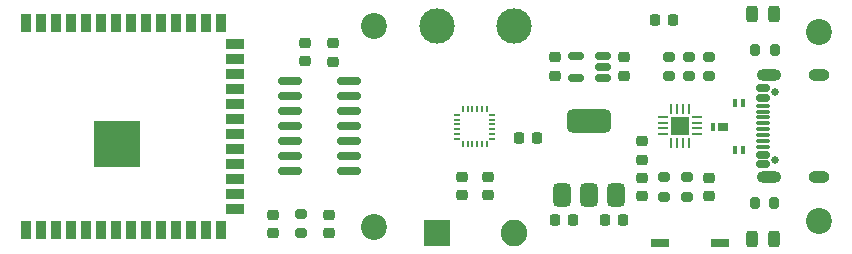
<source format=gbr>
%TF.GenerationSoftware,KiCad,Pcbnew,9.0.4*%
%TF.CreationDate,2025-09-01T13:06:02+02:00*%
%TF.ProjectId,EHT,4548542e-6b69-4636-9164-5f7063625858,rev?*%
%TF.SameCoordinates,Original*%
%TF.FileFunction,Soldermask,Top*%
%TF.FilePolarity,Negative*%
%FSLAX46Y46*%
G04 Gerber Fmt 4.6, Leading zero omitted, Abs format (unit mm)*
G04 Created by KiCad (PCBNEW 9.0.4) date 2025-09-01 13:06:02*
%MOMM*%
%LPD*%
G01*
G04 APERTURE LIST*
G04 Aperture macros list*
%AMRoundRect*
0 Rectangle with rounded corners*
0 $1 Rounding radius*
0 $2 $3 $4 $5 $6 $7 $8 $9 X,Y pos of 4 corners*
0 Add a 4 corners polygon primitive as box body*
4,1,4,$2,$3,$4,$5,$6,$7,$8,$9,$2,$3,0*
0 Add four circle primitives for the rounded corners*
1,1,$1+$1,$2,$3*
1,1,$1+$1,$4,$5*
1,1,$1+$1,$6,$7*
1,1,$1+$1,$8,$9*
0 Add four rect primitives between the rounded corners*
20,1,$1+$1,$2,$3,$4,$5,0*
20,1,$1+$1,$4,$5,$6,$7,0*
20,1,$1+$1,$6,$7,$8,$9,0*
20,1,$1+$1,$8,$9,$2,$3,0*%
G04 Aperture macros list end*
%ADD10RoundRect,0.062500X-0.062500X0.375000X-0.062500X-0.375000X0.062500X-0.375000X0.062500X0.375000X0*%
%ADD11RoundRect,0.062500X-0.375000X0.062500X-0.375000X-0.062500X0.375000X-0.062500X0.375000X0.062500X0*%
%ADD12R,1.600000X1.600000*%
%ADD13R,2.250000X2.250000*%
%ADD14C,2.250000*%
%ADD15RoundRect,0.225000X0.225000X0.250000X-0.225000X0.250000X-0.225000X-0.250000X0.225000X-0.250000X0*%
%ADD16RoundRect,0.200000X0.200000X0.275000X-0.200000X0.275000X-0.200000X-0.275000X0.200000X-0.275000X0*%
%ADD17RoundRect,0.200000X-0.275000X0.200000X-0.275000X-0.200000X0.275000X-0.200000X0.275000X0.200000X0*%
%ADD18RoundRect,0.200000X0.275000X-0.200000X0.275000X0.200000X-0.275000X0.200000X-0.275000X-0.200000X0*%
%ADD19RoundRect,0.225000X0.250000X-0.225000X0.250000X0.225000X-0.250000X0.225000X-0.250000X-0.225000X0*%
%ADD20C,2.200000*%
%ADD21RoundRect,0.190000X-0.610000X-0.190000X0.610000X-0.190000X0.610000X0.190000X-0.610000X0.190000X0*%
%ADD22RoundRect,0.050000X-0.225000X-0.050000X0.225000X-0.050000X0.225000X0.050000X-0.225000X0.050000X0*%
%ADD23RoundRect,0.050000X0.050000X-0.225000X0.050000X0.225000X-0.050000X0.225000X-0.050000X-0.225000X0*%
%ADD24RoundRect,0.225000X-0.225000X-0.250000X0.225000X-0.250000X0.225000X0.250000X-0.225000X0.250000X0*%
%ADD25RoundRect,0.225000X-0.250000X0.225000X-0.250000X-0.225000X0.250000X-0.225000X0.250000X0.225000X0*%
%ADD26RoundRect,0.375000X0.375000X-0.625000X0.375000X0.625000X-0.375000X0.625000X-0.375000X-0.625000X0*%
%ADD27RoundRect,0.500000X1.400000X-0.500000X1.400000X0.500000X-1.400000X0.500000X-1.400000X-0.500000X0*%
%ADD28RoundRect,0.150000X-0.825000X-0.150000X0.825000X-0.150000X0.825000X0.150000X-0.825000X0.150000X0*%
%ADD29RoundRect,0.243750X0.243750X0.456250X-0.243750X0.456250X-0.243750X-0.456250X0.243750X-0.456250X0*%
%ADD30C,3.000000*%
%ADD31RoundRect,0.050000X0.150000X0.300000X-0.150000X0.300000X-0.150000X-0.300000X0.150000X-0.300000X0*%
%ADD32RoundRect,0.150000X0.512500X0.150000X-0.512500X0.150000X-0.512500X-0.150000X0.512500X-0.150000X0*%
%ADD33C,0.650000*%
%ADD34RoundRect,0.150000X0.425000X-0.150000X0.425000X0.150000X-0.425000X0.150000X-0.425000X-0.150000X0*%
%ADD35RoundRect,0.075000X0.500000X-0.075000X0.500000X0.075000X-0.500000X0.075000X-0.500000X-0.075000X0*%
%ADD36O,2.100000X1.000000*%
%ADD37O,1.800000X1.000000*%
%ADD38RoundRect,0.075000X0.390000X0.275000X-0.390000X0.275000X-0.390000X-0.275000X0.390000X-0.275000X0*%
%ADD39RoundRect,0.075000X0.075000X0.275000X-0.075000X0.275000X-0.075000X-0.275000X0.075000X-0.275000X0*%
%ADD40R,0.900000X1.500000*%
%ADD41R,1.500000X0.900000*%
%ADD42C,0.600000*%
%ADD43R,3.900000X3.900000*%
G04 APERTURE END LIST*
D10*
%TO.C,U3*%
X171015000Y-81477500D03*
X170515000Y-81477500D03*
X170015000Y-81477500D03*
X169515000Y-81477500D03*
D11*
X168827500Y-82165000D03*
X168827500Y-82665000D03*
X168827500Y-83165000D03*
X168827500Y-83665000D03*
D10*
X169515000Y-84352500D03*
X170015000Y-84352500D03*
X170515000Y-84352500D03*
X171015000Y-84352500D03*
D11*
X171702500Y-83665000D03*
X171702500Y-83165000D03*
X171702500Y-82665000D03*
X171702500Y-82165000D03*
D12*
X170265000Y-82915000D03*
%TD*%
D13*
%TO.C,SW1*%
X149700000Y-92000000D03*
D14*
X156200000Y-92000000D03*
%TD*%
D15*
%TO.C,COUT1*%
X165450000Y-90900000D03*
X163900000Y-90900000D03*
%TD*%
D16*
%TO.C,R_CC1*%
X178225000Y-89500000D03*
X176575000Y-89500000D03*
%TD*%
D17*
%TO.C,R3*%
X171000000Y-77100000D03*
X171000000Y-78750000D03*
%TD*%
D18*
%TO.C,R4*%
X169300000Y-78750000D03*
X169300000Y-77100000D03*
%TD*%
D19*
%TO.C,C_BP7*%
X138500000Y-77475000D03*
X138500000Y-75925000D03*
%TD*%
D20*
%TO.C,H4*%
X182000000Y-91000000D03*
%TD*%
D21*
%TO.C,SW2*%
X168520000Y-92900000D03*
X173600000Y-92900000D03*
%TD*%
D15*
%TO.C,C_BP2*%
X161200000Y-90900000D03*
X159650000Y-90900000D03*
%TD*%
D20*
%TO.C,H2*%
X144365000Y-74515000D03*
%TD*%
D22*
%TO.C,U2*%
X151365000Y-82015000D03*
X151365000Y-82415000D03*
X151365000Y-82815000D03*
X151365000Y-83215000D03*
X151365000Y-83615000D03*
X151365000Y-84015000D03*
D23*
X151865000Y-84515000D03*
X152265000Y-84515000D03*
X152665000Y-84515000D03*
X153065000Y-84515000D03*
X153465000Y-84515000D03*
X153865000Y-84515000D03*
D22*
X154365000Y-84015000D03*
X154365000Y-83615000D03*
X154365000Y-83215000D03*
X154365000Y-82815000D03*
X154365000Y-82415000D03*
X154365000Y-82015000D03*
D23*
X153865000Y-81515000D03*
X153465000Y-81515000D03*
X153065000Y-81515000D03*
X152665000Y-81515000D03*
X152265000Y-81515000D03*
X151865000Y-81515000D03*
%TD*%
D18*
%TO.C,R1*%
X172700000Y-78750000D03*
X172700000Y-77100000D03*
%TD*%
D24*
%TO.C,CBAT1*%
X168125000Y-74000000D03*
X169675000Y-74000000D03*
%TD*%
D19*
%TO.C,C1*%
X172700000Y-88900000D03*
X172700000Y-87350000D03*
%TD*%
D25*
%TO.C,C2*%
X154000000Y-87250000D03*
X154000000Y-88800000D03*
%TD*%
D26*
%TO.C,U6*%
X160265000Y-88815000D03*
X162565000Y-88815000D03*
D27*
X162565000Y-82515000D03*
D26*
X164865000Y-88815000D03*
%TD*%
D17*
%TO.C,R2*%
X170800000Y-87300000D03*
X170800000Y-88950000D03*
%TD*%
D19*
%TO.C,C_BP6*%
X140900000Y-77500000D03*
X140900000Y-75950000D03*
%TD*%
D28*
%TO.C,U5*%
X137250000Y-79180000D03*
X137250000Y-80450000D03*
X137250000Y-81720000D03*
X137250000Y-82990000D03*
X137250000Y-84260000D03*
X137250000Y-85530000D03*
X137250000Y-86800000D03*
X142200000Y-86800000D03*
X142200000Y-85530000D03*
X142200000Y-84260000D03*
X142200000Y-82990000D03*
X142200000Y-81720000D03*
X142200000Y-80450000D03*
X142200000Y-79180000D03*
%TD*%
D20*
%TO.C,H3*%
X182000000Y-75000000D03*
%TD*%
D25*
%TO.C,C_BP3*%
X151800000Y-87250000D03*
X151800000Y-88800000D03*
%TD*%
D17*
%TO.C,REN1*%
X138150000Y-90400000D03*
X138150000Y-92050000D03*
%TD*%
D29*
%TO.C,DPGOOD1*%
X178175000Y-92500000D03*
X176300000Y-92500000D03*
%TD*%
D20*
%TO.C,H1*%
X144365000Y-91515000D03*
%TD*%
D25*
%TO.C,CIN2*%
X165500000Y-77150000D03*
X165500000Y-78700000D03*
%TD*%
D30*
%TO.C,BAT-*%
X149700000Y-74500000D03*
%TD*%
D19*
%TO.C,C_BP5*%
X135800000Y-92000000D03*
X135800000Y-90450000D03*
%TD*%
D31*
%TO.C,D3*%
X175615000Y-85015000D03*
X174915000Y-85015000D03*
%TD*%
D24*
%TO.C,C_BP4*%
X156625000Y-84000000D03*
X158175000Y-84000000D03*
%TD*%
D30*
%TO.C,BAT+*%
X156200000Y-74500000D03*
%TD*%
D16*
%TO.C,R_CC2*%
X178250000Y-76500000D03*
X176600000Y-76500000D03*
%TD*%
D25*
%TO.C,C_BP1*%
X167000000Y-84250000D03*
X167000000Y-85800000D03*
%TD*%
D19*
%TO.C,CEN1*%
X140500000Y-92000000D03*
X140500000Y-90450000D03*
%TD*%
D32*
%TO.C,U4*%
X163700000Y-78900000D03*
X163700000Y-77950000D03*
X163700000Y-77000000D03*
X161425000Y-77000000D03*
X161425000Y-78900000D03*
%TD*%
D33*
%TO.C,J1*%
X178320000Y-85870000D03*
X178320000Y-80090000D03*
D34*
X177245000Y-86180000D03*
X177245000Y-85380000D03*
D35*
X177245000Y-84230000D03*
X177245000Y-83230000D03*
X177245000Y-82730000D03*
X177245000Y-81730000D03*
D34*
X177245000Y-80580000D03*
X177245000Y-79780000D03*
X177245000Y-79780000D03*
X177245000Y-80580000D03*
D35*
X177245000Y-81230000D03*
X177245000Y-82230000D03*
X177245000Y-83730000D03*
X177245000Y-84730000D03*
D34*
X177245000Y-85380000D03*
X177245000Y-86180000D03*
D36*
X177820000Y-87300000D03*
D37*
X182000000Y-87300000D03*
D36*
X177820000Y-78660000D03*
D37*
X182000000Y-78660000D03*
%TD*%
D38*
%TO.C,D1*%
X173900000Y-83015000D03*
D39*
X173015000Y-83015000D03*
%TD*%
D31*
%TO.C,D2*%
X175615000Y-81015000D03*
X174915000Y-81015000D03*
%TD*%
D17*
%TO.C,R5*%
X168900000Y-87300000D03*
X168900000Y-88950000D03*
%TD*%
D19*
%TO.C,COUT2*%
X159700000Y-78700000D03*
X159700000Y-77150000D03*
%TD*%
D29*
%TO.C,DCHG1*%
X178200000Y-73500000D03*
X176325000Y-73500000D03*
%TD*%
D19*
%TO.C,CIN1*%
X167000000Y-88900000D03*
X167000000Y-87350000D03*
%TD*%
D40*
%TO.C,U7*%
X114840000Y-91765000D03*
X116110000Y-91765000D03*
X117380000Y-91765000D03*
X118650000Y-91765000D03*
X119920000Y-91765000D03*
X121190000Y-91765000D03*
X122460000Y-91765000D03*
X123730000Y-91765000D03*
X125000000Y-91765000D03*
X126270000Y-91765000D03*
X127540000Y-91765000D03*
X128810000Y-91765000D03*
X130080000Y-91765000D03*
X131350000Y-91765000D03*
D41*
X132600000Y-90000000D03*
X132600000Y-88730000D03*
X132600000Y-87460000D03*
X132600000Y-86190000D03*
X132600000Y-84920000D03*
X132600000Y-83650000D03*
X132600000Y-82380000D03*
X132600000Y-81110000D03*
X132600000Y-79840000D03*
X132600000Y-78570000D03*
X132600000Y-77300000D03*
X132600000Y-76030000D03*
D40*
X131350000Y-74265000D03*
X130080000Y-74265000D03*
X128810000Y-74265000D03*
X127540000Y-74265000D03*
X126270000Y-74265000D03*
X125000000Y-74265000D03*
X123730000Y-74265000D03*
X122460000Y-74265000D03*
X121190000Y-74265000D03*
X119920000Y-74265000D03*
X118650000Y-74265000D03*
X117380000Y-74265000D03*
X116110000Y-74265000D03*
X114840000Y-74265000D03*
D42*
X121860000Y-85915000D03*
X123260000Y-85915000D03*
X121160000Y-85215000D03*
X122560000Y-85215000D03*
X123960000Y-85215000D03*
X121860000Y-84515000D03*
D43*
X122560000Y-84515000D03*
D42*
X123260000Y-84515000D03*
X121160000Y-83815000D03*
X122560000Y-83815000D03*
X123960000Y-83815000D03*
X121860000Y-83115000D03*
X123260000Y-83115000D03*
%TD*%
M02*

</source>
